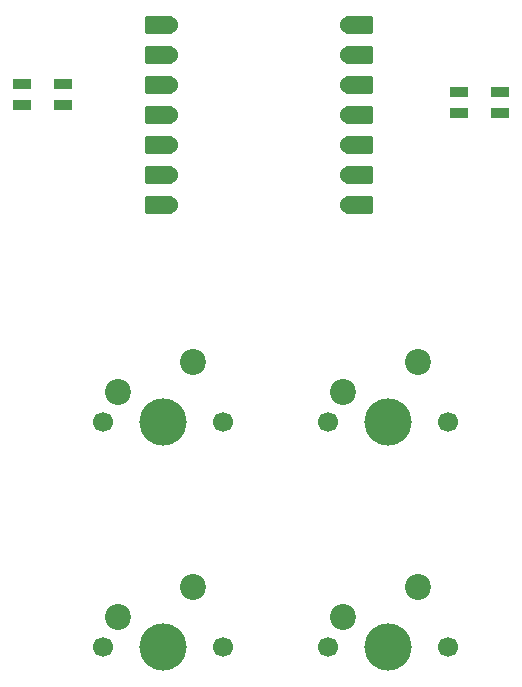
<source format=gbr>
%TF.GenerationSoftware,KiCad,Pcbnew,8.0.8-8.0.8-0~ubuntu24.04.1*%
%TF.CreationDate,2025-02-20T15:32:55-05:00*%
%TF.ProjectId,projects,70726f6a-6563-4747-932e-6b696361645f,rev?*%
%TF.SameCoordinates,Original*%
%TF.FileFunction,Soldermask,Top*%
%TF.FilePolarity,Negative*%
%FSLAX46Y46*%
G04 Gerber Fmt 4.6, Leading zero omitted, Abs format (unit mm)*
G04 Created by KiCad (PCBNEW 8.0.8-8.0.8-0~ubuntu24.04.1) date 2025-02-20 15:32:55*
%MOMM*%
%LPD*%
G01*
G04 APERTURE LIST*
G04 Aperture macros list*
%AMRoundRect*
0 Rectangle with rounded corners*
0 $1 Rounding radius*
0 $2 $3 $4 $5 $6 $7 $8 $9 X,Y pos of 4 corners*
0 Add a 4 corners polygon primitive as box body*
4,1,4,$2,$3,$4,$5,$6,$7,$8,$9,$2,$3,0*
0 Add four circle primitives for the rounded corners*
1,1,$1+$1,$2,$3*
1,1,$1+$1,$4,$5*
1,1,$1+$1,$6,$7*
1,1,$1+$1,$8,$9*
0 Add four rect primitives between the rounded corners*
20,1,$1+$1,$2,$3,$4,$5,0*
20,1,$1+$1,$4,$5,$6,$7,0*
20,1,$1+$1,$6,$7,$8,$9,0*
20,1,$1+$1,$8,$9,$2,$3,0*%
G04 Aperture macros list end*
%ADD10C,1.700000*%
%ADD11C,4.000000*%
%ADD12C,2.200000*%
%ADD13R,1.600000X0.850000*%
%ADD14RoundRect,0.152400X1.063600X0.609600X-1.063600X0.609600X-1.063600X-0.609600X1.063600X-0.609600X0*%
%ADD15C,1.524000*%
%ADD16RoundRect,0.152400X-1.063600X-0.609600X1.063600X-0.609600X1.063600X0.609600X-1.063600X0.609600X0*%
G04 APERTURE END LIST*
D10*
%TO.C,SW4*%
X90170000Y-92868750D03*
D11*
X95250000Y-92868750D03*
D10*
X100330000Y-92868750D03*
D12*
X97790000Y-87788750D03*
X91440000Y-90328750D03*
%TD*%
D10*
%TO.C,SW1*%
X71120000Y-73818750D03*
D11*
X76200000Y-73818750D03*
D10*
X81280000Y-73818750D03*
D12*
X78740000Y-68738750D03*
X72390000Y-71278750D03*
%TD*%
D13*
%TO.C,D2*%
X101275000Y-45875000D03*
X101275000Y-47625000D03*
X104775000Y-47625000D03*
X104775000Y-45875000D03*
%TD*%
D14*
%TO.C,U1*%
X75936000Y-40185750D03*
D15*
X76771000Y-40185750D03*
D14*
X75936000Y-42725750D03*
D15*
X76771000Y-42725750D03*
D14*
X75936000Y-45265750D03*
D15*
X76771000Y-45265750D03*
D14*
X75936000Y-47805750D03*
D15*
X76771000Y-47805750D03*
D14*
X75936000Y-50345750D03*
D15*
X76771000Y-50345750D03*
D14*
X75936000Y-52885750D03*
D15*
X76771000Y-52885750D03*
D14*
X75936000Y-55425750D03*
D15*
X76771000Y-55425750D03*
X92011000Y-55425750D03*
D16*
X92846000Y-55425750D03*
D15*
X92011000Y-52885750D03*
D16*
X92846000Y-52885750D03*
D15*
X92011000Y-50345750D03*
D16*
X92846000Y-50345750D03*
D15*
X92011000Y-47805750D03*
D16*
X92846000Y-47805750D03*
D15*
X92011000Y-45265750D03*
D16*
X92846000Y-45265750D03*
D15*
X92011000Y-42725750D03*
D16*
X92846000Y-42725750D03*
D15*
X92011000Y-40185750D03*
D16*
X92846000Y-40185750D03*
%TD*%
D10*
%TO.C,SW3*%
X71120000Y-92868750D03*
D11*
X76200000Y-92868750D03*
D10*
X81280000Y-92868750D03*
D12*
X78740000Y-87788750D03*
X72390000Y-90328750D03*
%TD*%
D13*
%TO.C,D1*%
X64293750Y-45243750D03*
X64293750Y-46993750D03*
X67793750Y-46993750D03*
X67793750Y-45243750D03*
%TD*%
D10*
%TO.C,SW2*%
X90170000Y-73818750D03*
D11*
X95250000Y-73818750D03*
D10*
X100330000Y-73818750D03*
D12*
X97790000Y-68738750D03*
X91440000Y-71278750D03*
%TD*%
M02*

</source>
